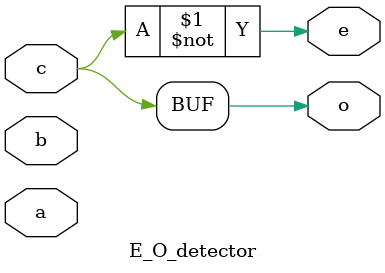
<source format=v>
module E_O_detector(a,b,c,e,o);
input c,b,a;
  output e,o;
  assign e=~c;
  assign o=c;
  endmodule

</source>
